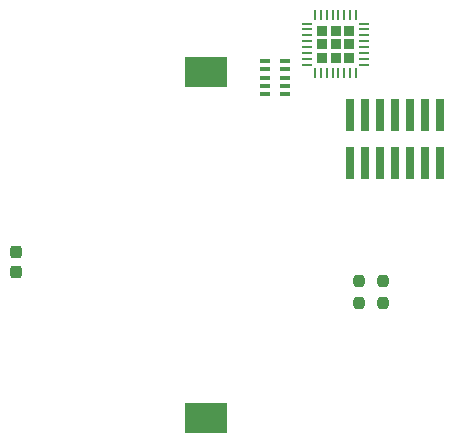
<source format=gbr>
%TF.GenerationSoftware,KiCad,Pcbnew,(6.0.2-0)*%
%TF.CreationDate,2022-04-08T10:44:43-04:00*%
%TF.ProjectId,lab7,6c616237-2e6b-4696-9361-645f70636258,rev?*%
%TF.SameCoordinates,Original*%
%TF.FileFunction,Paste,Top*%
%TF.FilePolarity,Positive*%
%FSLAX46Y46*%
G04 Gerber Fmt 4.6, Leading zero omitted, Abs format (unit mm)*
G04 Created by KiCad (PCBNEW (6.0.2-0)) date 2022-04-08 10:44:43*
%MOMM*%
%LPD*%
G01*
G04 APERTURE LIST*
G04 Aperture macros list*
%AMRoundRect*
0 Rectangle with rounded corners*
0 $1 Rounding radius*
0 $2 $3 $4 $5 $6 $7 $8 $9 X,Y pos of 4 corners*
0 Add a 4 corners polygon primitive as box body*
4,1,4,$2,$3,$4,$5,$6,$7,$8,$9,$2,$3,0*
0 Add four circle primitives for the rounded corners*
1,1,$1+$1,$2,$3*
1,1,$1+$1,$4,$5*
1,1,$1+$1,$6,$7*
1,1,$1+$1,$8,$9*
0 Add four rect primitives between the rounded corners*
20,1,$1+$1,$2,$3,$4,$5,0*
20,1,$1+$1,$4,$5,$6,$7,0*
20,1,$1+$1,$6,$7,$8,$9,0*
20,1,$1+$1,$8,$9,$2,$3,0*%
G04 Aperture macros list end*
%ADD10RoundRect,0.237500X0.237500X-0.250000X0.237500X0.250000X-0.237500X0.250000X-0.237500X-0.250000X0*%
%ADD11RoundRect,0.237500X0.237500X-0.300000X0.237500X0.300000X-0.237500X0.300000X-0.237500X-0.300000X0*%
%ADD12R,0.740000X2.790000*%
%ADD13R,0.900000X0.350000*%
%ADD14RoundRect,0.232500X-0.232500X-0.232500X0.232500X-0.232500X0.232500X0.232500X-0.232500X0.232500X0*%
%ADD15RoundRect,0.062500X-0.375000X-0.062500X0.375000X-0.062500X0.375000X0.062500X-0.375000X0.062500X0*%
%ADD16RoundRect,0.062500X-0.062500X-0.375000X0.062500X-0.375000X0.062500X0.375000X-0.062500X0.375000X0*%
%ADD17R,3.600000X2.600000*%
G04 APERTURE END LIST*
D10*
%TO.C,R2*%
X163000000Y-94912500D03*
X163000000Y-93087500D03*
%TD*%
%TO.C,R1*%
X165000000Y-94912500D03*
X165000000Y-93087500D03*
%TD*%
D11*
%TO.C,C1*%
X133985000Y-92302500D03*
X133985000Y-90577500D03*
%TD*%
D12*
%TO.C,U1*%
X169810000Y-78968000D03*
X169810000Y-83032000D03*
X168540000Y-78968000D03*
X168540000Y-83032000D03*
X167270000Y-78968000D03*
X167270000Y-83032000D03*
X166000000Y-78968000D03*
X166000000Y-83032000D03*
X164730000Y-78968000D03*
X164730000Y-83032000D03*
X163460000Y-78968000D03*
X163460000Y-83032000D03*
X162190000Y-78968000D03*
X162190000Y-83032000D03*
%TD*%
D13*
%TO.C,U2*%
X155012500Y-74437500D03*
X155012500Y-75137500D03*
X155012500Y-75837500D03*
X155012500Y-76537500D03*
X155012500Y-77237500D03*
X156752500Y-77237500D03*
X156752500Y-76537500D03*
X156752500Y-75837500D03*
X156752500Y-75137500D03*
X156752500Y-74437500D03*
%TD*%
D14*
%TO.C,U3*%
X161000000Y-73000000D03*
X162150000Y-74150000D03*
X161000000Y-71850000D03*
X162150000Y-73000000D03*
X161000000Y-74150000D03*
X159850000Y-74150000D03*
X159850000Y-73000000D03*
X159850000Y-71850000D03*
X162150000Y-71850000D03*
D15*
X158562500Y-71250000D03*
X158562500Y-71750000D03*
X158562500Y-72250000D03*
X158562500Y-72750000D03*
X158562500Y-73250000D03*
X158562500Y-73750000D03*
X158562500Y-74250000D03*
X158562500Y-74750000D03*
D16*
X159250000Y-75437500D03*
X159750000Y-75437500D03*
X160250000Y-75437500D03*
X160750000Y-75437500D03*
X161250000Y-75437500D03*
X161750000Y-75437500D03*
X162250000Y-75437500D03*
X162750000Y-75437500D03*
D15*
X163437500Y-74750000D03*
X163437500Y-74250000D03*
X163437500Y-73750000D03*
X163437500Y-73250000D03*
X163437500Y-72750000D03*
X163437500Y-72250000D03*
X163437500Y-71750000D03*
X163437500Y-71250000D03*
D16*
X162750000Y-70562500D03*
X162250000Y-70562500D03*
X161750000Y-70562500D03*
X161250000Y-70562500D03*
X160750000Y-70562500D03*
X160250000Y-70562500D03*
X159750000Y-70562500D03*
X159250000Y-70562500D03*
%TD*%
D17*
%TO.C,BT1*%
X150000000Y-75350000D03*
X150000000Y-104650000D03*
%TD*%
M02*

</source>
